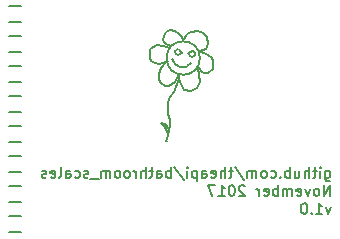
<source format=gbo>
G04 #@! TF.FileFunction,Legend,Bot*
%FSLAX46Y46*%
G04 Gerber Fmt 4.6, Leading zero omitted, Abs format (unit mm)*
G04 Created by KiCad (PCBNEW 4.0.7-e2-6376~58~ubuntu16.04.1) date Tue Nov  7 21:50:16 2017*
%MOMM*%
%LPD*%
G01*
G04 APERTURE LIST*
%ADD10C,0.100000*%
%ADD11C,0.170000*%
%ADD12C,0.150000*%
G04 APERTURE END LIST*
D10*
D11*
X199000000Y-133887143D02*
X199000000Y-134615714D01*
X199042857Y-134701429D01*
X199085714Y-134744286D01*
X199171429Y-134787143D01*
X199300000Y-134787143D01*
X199385714Y-134744286D01*
X199000000Y-134444286D02*
X199085714Y-134487143D01*
X199257143Y-134487143D01*
X199342857Y-134444286D01*
X199385714Y-134401429D01*
X199428571Y-134315714D01*
X199428571Y-134058571D01*
X199385714Y-133972857D01*
X199342857Y-133930000D01*
X199257143Y-133887143D01*
X199085714Y-133887143D01*
X199000000Y-133930000D01*
X198571428Y-134487143D02*
X198571428Y-133887143D01*
X198571428Y-133587143D02*
X198614285Y-133630000D01*
X198571428Y-133672857D01*
X198528571Y-133630000D01*
X198571428Y-133587143D01*
X198571428Y-133672857D01*
X198271429Y-133887143D02*
X197928572Y-133887143D01*
X198142857Y-133587143D02*
X198142857Y-134358571D01*
X198100000Y-134444286D01*
X198014286Y-134487143D01*
X197928572Y-134487143D01*
X197628571Y-134487143D02*
X197628571Y-133587143D01*
X197242857Y-134487143D02*
X197242857Y-134015714D01*
X197285714Y-133930000D01*
X197371428Y-133887143D01*
X197500000Y-133887143D01*
X197585714Y-133930000D01*
X197628571Y-133972857D01*
X196428571Y-133887143D02*
X196428571Y-134487143D01*
X196814285Y-133887143D02*
X196814285Y-134358571D01*
X196771428Y-134444286D01*
X196685714Y-134487143D01*
X196557142Y-134487143D01*
X196471428Y-134444286D01*
X196428571Y-134401429D01*
X195999999Y-134487143D02*
X195999999Y-133587143D01*
X195999999Y-133930000D02*
X195914285Y-133887143D01*
X195742856Y-133887143D01*
X195657142Y-133930000D01*
X195614285Y-133972857D01*
X195571428Y-134058571D01*
X195571428Y-134315714D01*
X195614285Y-134401429D01*
X195657142Y-134444286D01*
X195742856Y-134487143D01*
X195914285Y-134487143D01*
X195999999Y-134444286D01*
X195185713Y-134401429D02*
X195142856Y-134444286D01*
X195185713Y-134487143D01*
X195228570Y-134444286D01*
X195185713Y-134401429D01*
X195185713Y-134487143D01*
X194371428Y-134444286D02*
X194457142Y-134487143D01*
X194628571Y-134487143D01*
X194714285Y-134444286D01*
X194757142Y-134401429D01*
X194799999Y-134315714D01*
X194799999Y-134058571D01*
X194757142Y-133972857D01*
X194714285Y-133930000D01*
X194628571Y-133887143D01*
X194457142Y-133887143D01*
X194371428Y-133930000D01*
X193857142Y-134487143D02*
X193942856Y-134444286D01*
X193985713Y-134401429D01*
X194028570Y-134315714D01*
X194028570Y-134058571D01*
X193985713Y-133972857D01*
X193942856Y-133930000D01*
X193857142Y-133887143D01*
X193728570Y-133887143D01*
X193642856Y-133930000D01*
X193599999Y-133972857D01*
X193557142Y-134058571D01*
X193557142Y-134315714D01*
X193599999Y-134401429D01*
X193642856Y-134444286D01*
X193728570Y-134487143D01*
X193857142Y-134487143D01*
X193171427Y-134487143D02*
X193171427Y-133887143D01*
X193171427Y-133972857D02*
X193128570Y-133930000D01*
X193042856Y-133887143D01*
X192914284Y-133887143D01*
X192828570Y-133930000D01*
X192785713Y-134015714D01*
X192785713Y-134487143D01*
X192785713Y-134015714D02*
X192742856Y-133930000D01*
X192657142Y-133887143D01*
X192528570Y-133887143D01*
X192442856Y-133930000D01*
X192399999Y-134015714D01*
X192399999Y-134487143D01*
X191328570Y-133544286D02*
X192099999Y-134701429D01*
X191157142Y-133887143D02*
X190814285Y-133887143D01*
X191028570Y-133587143D02*
X191028570Y-134358571D01*
X190985713Y-134444286D01*
X190899999Y-134487143D01*
X190814285Y-134487143D01*
X190514284Y-134487143D02*
X190514284Y-133587143D01*
X190128570Y-134487143D02*
X190128570Y-134015714D01*
X190171427Y-133930000D01*
X190257141Y-133887143D01*
X190385713Y-133887143D01*
X190471427Y-133930000D01*
X190514284Y-133972857D01*
X189357141Y-134444286D02*
X189442855Y-134487143D01*
X189614284Y-134487143D01*
X189699998Y-134444286D01*
X189742855Y-134358571D01*
X189742855Y-134015714D01*
X189699998Y-133930000D01*
X189614284Y-133887143D01*
X189442855Y-133887143D01*
X189357141Y-133930000D01*
X189314284Y-134015714D01*
X189314284Y-134101429D01*
X189742855Y-134187143D01*
X188542855Y-134487143D02*
X188542855Y-134015714D01*
X188585712Y-133930000D01*
X188671426Y-133887143D01*
X188842855Y-133887143D01*
X188928569Y-133930000D01*
X188542855Y-134444286D02*
X188628569Y-134487143D01*
X188842855Y-134487143D01*
X188928569Y-134444286D01*
X188971426Y-134358571D01*
X188971426Y-134272857D01*
X188928569Y-134187143D01*
X188842855Y-134144286D01*
X188628569Y-134144286D01*
X188542855Y-134101429D01*
X188114283Y-133887143D02*
X188114283Y-134787143D01*
X188114283Y-133930000D02*
X188028569Y-133887143D01*
X187857140Y-133887143D01*
X187771426Y-133930000D01*
X187728569Y-133972857D01*
X187685712Y-134058571D01*
X187685712Y-134315714D01*
X187728569Y-134401429D01*
X187771426Y-134444286D01*
X187857140Y-134487143D01*
X188028569Y-134487143D01*
X188114283Y-134444286D01*
X187299997Y-134487143D02*
X187299997Y-133887143D01*
X187299997Y-133587143D02*
X187342854Y-133630000D01*
X187299997Y-133672857D01*
X187257140Y-133630000D01*
X187299997Y-133587143D01*
X187299997Y-133672857D01*
X186228569Y-133544286D02*
X186999998Y-134701429D01*
X185928569Y-134487143D02*
X185928569Y-133587143D01*
X185928569Y-133930000D02*
X185842855Y-133887143D01*
X185671426Y-133887143D01*
X185585712Y-133930000D01*
X185542855Y-133972857D01*
X185499998Y-134058571D01*
X185499998Y-134315714D01*
X185542855Y-134401429D01*
X185585712Y-134444286D01*
X185671426Y-134487143D01*
X185842855Y-134487143D01*
X185928569Y-134444286D01*
X184728569Y-134487143D02*
X184728569Y-134015714D01*
X184771426Y-133930000D01*
X184857140Y-133887143D01*
X185028569Y-133887143D01*
X185114283Y-133930000D01*
X184728569Y-134444286D02*
X184814283Y-134487143D01*
X185028569Y-134487143D01*
X185114283Y-134444286D01*
X185157140Y-134358571D01*
X185157140Y-134272857D01*
X185114283Y-134187143D01*
X185028569Y-134144286D01*
X184814283Y-134144286D01*
X184728569Y-134101429D01*
X184428569Y-133887143D02*
X184085712Y-133887143D01*
X184299997Y-133587143D02*
X184299997Y-134358571D01*
X184257140Y-134444286D01*
X184171426Y-134487143D01*
X184085712Y-134487143D01*
X183785711Y-134487143D02*
X183785711Y-133587143D01*
X183399997Y-134487143D02*
X183399997Y-134015714D01*
X183442854Y-133930000D01*
X183528568Y-133887143D01*
X183657140Y-133887143D01*
X183742854Y-133930000D01*
X183785711Y-133972857D01*
X182971425Y-134487143D02*
X182971425Y-133887143D01*
X182971425Y-134058571D02*
X182928568Y-133972857D01*
X182885711Y-133930000D01*
X182799997Y-133887143D01*
X182714282Y-133887143D01*
X182285711Y-134487143D02*
X182371425Y-134444286D01*
X182414282Y-134401429D01*
X182457139Y-134315714D01*
X182457139Y-134058571D01*
X182414282Y-133972857D01*
X182371425Y-133930000D01*
X182285711Y-133887143D01*
X182157139Y-133887143D01*
X182071425Y-133930000D01*
X182028568Y-133972857D01*
X181985711Y-134058571D01*
X181985711Y-134315714D01*
X182028568Y-134401429D01*
X182071425Y-134444286D01*
X182157139Y-134487143D01*
X182285711Y-134487143D01*
X181471425Y-134487143D02*
X181557139Y-134444286D01*
X181599996Y-134401429D01*
X181642853Y-134315714D01*
X181642853Y-134058571D01*
X181599996Y-133972857D01*
X181557139Y-133930000D01*
X181471425Y-133887143D01*
X181342853Y-133887143D01*
X181257139Y-133930000D01*
X181214282Y-133972857D01*
X181171425Y-134058571D01*
X181171425Y-134315714D01*
X181214282Y-134401429D01*
X181257139Y-134444286D01*
X181342853Y-134487143D01*
X181471425Y-134487143D01*
X180785710Y-134487143D02*
X180785710Y-133887143D01*
X180785710Y-133972857D02*
X180742853Y-133930000D01*
X180657139Y-133887143D01*
X180528567Y-133887143D01*
X180442853Y-133930000D01*
X180399996Y-134015714D01*
X180399996Y-134487143D01*
X180399996Y-134015714D02*
X180357139Y-133930000D01*
X180271425Y-133887143D01*
X180142853Y-133887143D01*
X180057139Y-133930000D01*
X180014282Y-134015714D01*
X180014282Y-134487143D01*
X179799996Y-134572857D02*
X179114282Y-134572857D01*
X178942853Y-134444286D02*
X178857139Y-134487143D01*
X178685711Y-134487143D01*
X178599996Y-134444286D01*
X178557139Y-134358571D01*
X178557139Y-134315714D01*
X178599996Y-134230000D01*
X178685711Y-134187143D01*
X178814282Y-134187143D01*
X178899996Y-134144286D01*
X178942853Y-134058571D01*
X178942853Y-134015714D01*
X178899996Y-133930000D01*
X178814282Y-133887143D01*
X178685711Y-133887143D01*
X178599996Y-133930000D01*
X177785711Y-134444286D02*
X177871425Y-134487143D01*
X178042854Y-134487143D01*
X178128568Y-134444286D01*
X178171425Y-134401429D01*
X178214282Y-134315714D01*
X178214282Y-134058571D01*
X178171425Y-133972857D01*
X178128568Y-133930000D01*
X178042854Y-133887143D01*
X177871425Y-133887143D01*
X177785711Y-133930000D01*
X177014282Y-134487143D02*
X177014282Y-134015714D01*
X177057139Y-133930000D01*
X177142853Y-133887143D01*
X177314282Y-133887143D01*
X177399996Y-133930000D01*
X177014282Y-134444286D02*
X177099996Y-134487143D01*
X177314282Y-134487143D01*
X177399996Y-134444286D01*
X177442853Y-134358571D01*
X177442853Y-134272857D01*
X177399996Y-134187143D01*
X177314282Y-134144286D01*
X177099996Y-134144286D01*
X177014282Y-134101429D01*
X176457139Y-134487143D02*
X176542853Y-134444286D01*
X176585710Y-134358571D01*
X176585710Y-133587143D01*
X175771424Y-134444286D02*
X175857138Y-134487143D01*
X176028567Y-134487143D01*
X176114281Y-134444286D01*
X176157138Y-134358571D01*
X176157138Y-134015714D01*
X176114281Y-133930000D01*
X176028567Y-133887143D01*
X175857138Y-133887143D01*
X175771424Y-133930000D01*
X175728567Y-134015714D01*
X175728567Y-134101429D01*
X176157138Y-134187143D01*
X175385709Y-134444286D02*
X175299995Y-134487143D01*
X175128567Y-134487143D01*
X175042852Y-134444286D01*
X174999995Y-134358571D01*
X174999995Y-134315714D01*
X175042852Y-134230000D01*
X175128567Y-134187143D01*
X175257138Y-134187143D01*
X175342852Y-134144286D01*
X175385709Y-134058571D01*
X175385709Y-134015714D01*
X175342852Y-133930000D01*
X175257138Y-133887143D01*
X175128567Y-133887143D01*
X175042852Y-133930000D01*
X199385714Y-136007143D02*
X199385714Y-135107143D01*
X198871429Y-136007143D01*
X198871429Y-135107143D01*
X198314286Y-136007143D02*
X198400000Y-135964286D01*
X198442857Y-135921429D01*
X198485714Y-135835714D01*
X198485714Y-135578571D01*
X198442857Y-135492857D01*
X198400000Y-135450000D01*
X198314286Y-135407143D01*
X198185714Y-135407143D01*
X198100000Y-135450000D01*
X198057143Y-135492857D01*
X198014286Y-135578571D01*
X198014286Y-135835714D01*
X198057143Y-135921429D01*
X198100000Y-135964286D01*
X198185714Y-136007143D01*
X198314286Y-136007143D01*
X197714286Y-135407143D02*
X197500000Y-136007143D01*
X197285714Y-135407143D01*
X196600000Y-135964286D02*
X196685714Y-136007143D01*
X196857143Y-136007143D01*
X196942857Y-135964286D01*
X196985714Y-135878571D01*
X196985714Y-135535714D01*
X196942857Y-135450000D01*
X196857143Y-135407143D01*
X196685714Y-135407143D01*
X196600000Y-135450000D01*
X196557143Y-135535714D01*
X196557143Y-135621429D01*
X196985714Y-135707143D01*
X196171428Y-136007143D02*
X196171428Y-135407143D01*
X196171428Y-135492857D02*
X196128571Y-135450000D01*
X196042857Y-135407143D01*
X195914285Y-135407143D01*
X195828571Y-135450000D01*
X195785714Y-135535714D01*
X195785714Y-136007143D01*
X195785714Y-135535714D02*
X195742857Y-135450000D01*
X195657143Y-135407143D01*
X195528571Y-135407143D01*
X195442857Y-135450000D01*
X195400000Y-135535714D01*
X195400000Y-136007143D01*
X194971428Y-136007143D02*
X194971428Y-135107143D01*
X194971428Y-135450000D02*
X194885714Y-135407143D01*
X194714285Y-135407143D01*
X194628571Y-135450000D01*
X194585714Y-135492857D01*
X194542857Y-135578571D01*
X194542857Y-135835714D01*
X194585714Y-135921429D01*
X194628571Y-135964286D01*
X194714285Y-136007143D01*
X194885714Y-136007143D01*
X194971428Y-135964286D01*
X193814285Y-135964286D02*
X193899999Y-136007143D01*
X194071428Y-136007143D01*
X194157142Y-135964286D01*
X194199999Y-135878571D01*
X194199999Y-135535714D01*
X194157142Y-135450000D01*
X194071428Y-135407143D01*
X193899999Y-135407143D01*
X193814285Y-135450000D01*
X193771428Y-135535714D01*
X193771428Y-135621429D01*
X194199999Y-135707143D01*
X193385713Y-136007143D02*
X193385713Y-135407143D01*
X193385713Y-135578571D02*
X193342856Y-135492857D01*
X193299999Y-135450000D01*
X193214285Y-135407143D01*
X193128570Y-135407143D01*
X192185713Y-135192857D02*
X192142856Y-135150000D01*
X192057142Y-135107143D01*
X191842856Y-135107143D01*
X191757142Y-135150000D01*
X191714285Y-135192857D01*
X191671428Y-135278571D01*
X191671428Y-135364286D01*
X191714285Y-135492857D01*
X192228571Y-136007143D01*
X191671428Y-136007143D01*
X191114285Y-135107143D02*
X191028570Y-135107143D01*
X190942856Y-135150000D01*
X190899999Y-135192857D01*
X190857142Y-135278571D01*
X190814285Y-135450000D01*
X190814285Y-135664286D01*
X190857142Y-135835714D01*
X190899999Y-135921429D01*
X190942856Y-135964286D01*
X191028570Y-136007143D01*
X191114285Y-136007143D01*
X191199999Y-135964286D01*
X191242856Y-135921429D01*
X191285713Y-135835714D01*
X191328570Y-135664286D01*
X191328570Y-135450000D01*
X191285713Y-135278571D01*
X191242856Y-135192857D01*
X191199999Y-135150000D01*
X191114285Y-135107143D01*
X189957142Y-136007143D02*
X190471427Y-136007143D01*
X190214285Y-136007143D02*
X190214285Y-135107143D01*
X190299999Y-135235714D01*
X190385713Y-135321429D01*
X190471427Y-135364286D01*
X189657142Y-135107143D02*
X189057142Y-135107143D01*
X189442856Y-136007143D01*
X199471429Y-136927143D02*
X199257143Y-137527143D01*
X199042857Y-136927143D01*
X198228572Y-137527143D02*
X198742857Y-137527143D01*
X198485715Y-137527143D02*
X198485715Y-136627143D01*
X198571429Y-136755714D01*
X198657143Y-136841429D01*
X198742857Y-136884286D01*
X197842857Y-137441429D02*
X197800000Y-137484286D01*
X197842857Y-137527143D01*
X197885714Y-137484286D01*
X197842857Y-137441429D01*
X197842857Y-137527143D01*
X197242858Y-136627143D02*
X197157143Y-136627143D01*
X197071429Y-136670000D01*
X197028572Y-136712857D01*
X196985715Y-136798571D01*
X196942858Y-136970000D01*
X196942858Y-137184286D01*
X196985715Y-137355714D01*
X197028572Y-137441429D01*
X197071429Y-137484286D01*
X197157143Y-137527143D01*
X197242858Y-137527143D01*
X197328572Y-137484286D01*
X197371429Y-137441429D01*
X197414286Y-137355714D01*
X197457143Y-137184286D01*
X197457143Y-136970000D01*
X197414286Y-136798571D01*
X197371429Y-136712857D01*
X197328572Y-136670000D01*
X197242858Y-136627143D01*
D12*
X172220000Y-139105000D02*
X173220000Y-139105000D01*
X173220000Y-137755000D02*
X172220000Y-137755000D01*
X172220000Y-136565000D02*
X173220000Y-136565000D01*
X173220000Y-135215000D02*
X172220000Y-135215000D01*
X172220000Y-134025000D02*
X173220000Y-134025000D01*
X173220000Y-132675000D02*
X172220000Y-132675000D01*
X172220000Y-131485000D02*
X173220000Y-131485000D01*
X173220000Y-130135000D02*
X172220000Y-130135000D01*
X172220000Y-128945000D02*
X173220000Y-128945000D01*
X173220000Y-127595000D02*
X172220000Y-127595000D01*
X172220000Y-126405000D02*
X173220000Y-126405000D01*
X173220000Y-125055000D02*
X172220000Y-125055000D01*
X172220000Y-123865000D02*
X173220000Y-123865000D01*
X173220000Y-122515000D02*
X172220000Y-122515000D01*
X172220000Y-121325000D02*
X173220000Y-121325000D01*
X173220000Y-119975000D02*
X172220000Y-119975000D01*
X185680000Y-130680000D02*
X185540000Y-130410000D01*
X185540000Y-130410000D02*
X185420000Y-130220000D01*
X185420000Y-130220000D02*
X185250000Y-130030000D01*
X185250000Y-130030000D02*
X185070000Y-129860000D01*
X185070000Y-129860000D02*
X185390000Y-129900000D01*
X185390000Y-129900000D02*
X185510000Y-130030000D01*
X185510000Y-130030000D02*
X185710000Y-130270000D01*
X186600000Y-126140000D02*
X186150000Y-127200000D01*
X186150000Y-127200000D02*
X185870000Y-127650000D01*
X185870000Y-127650000D02*
X185710000Y-128100000D01*
X185710000Y-128100000D02*
X185710000Y-128540000D01*
X185710000Y-128540000D02*
X185710000Y-129050000D01*
X185710000Y-129050000D02*
X185870000Y-129610000D01*
X185870000Y-129610000D02*
X185870000Y-130000000D01*
X185870000Y-130000000D02*
X185650000Y-130950000D01*
X185650000Y-130950000D02*
X185540000Y-131390000D01*
X185540000Y-131390000D02*
X185590000Y-131390000D01*
X186590000Y-123610000D02*
X186740000Y-123730000D01*
X186740000Y-123730000D02*
X186830000Y-123920000D01*
X186830000Y-123920000D02*
X186730000Y-124020000D01*
X186730000Y-124020000D02*
X186570000Y-124080000D01*
X186570000Y-124080000D02*
X186390000Y-124040000D01*
X186390000Y-124040000D02*
X186270000Y-123870000D01*
X186270000Y-123870000D02*
X186300000Y-123750000D01*
X186300000Y-123750000D02*
X186390000Y-123640000D01*
X186390000Y-123640000D02*
X186570000Y-123600000D01*
X187810000Y-123730000D02*
X187930000Y-123950000D01*
X187930000Y-123950000D02*
X187950000Y-124100000D01*
X187950000Y-124100000D02*
X187850000Y-124190000D01*
X187850000Y-124190000D02*
X187700000Y-124270000D01*
X187700000Y-124270000D02*
X187550000Y-124170000D01*
X187550000Y-124170000D02*
X187430000Y-124020000D01*
X187430000Y-124020000D02*
X187410000Y-123920000D01*
X187410000Y-123920000D02*
X187520000Y-123840000D01*
X187520000Y-123840000D02*
X187780000Y-123780000D01*
X187660000Y-124770000D02*
X187320000Y-125040000D01*
X187320000Y-125040000D02*
X187170000Y-125110000D01*
X187170000Y-125110000D02*
X186980000Y-125110000D01*
X186980000Y-125110000D02*
X186830000Y-125110000D01*
X186830000Y-125110000D02*
X186670000Y-125110000D01*
X186670000Y-125110000D02*
X186520000Y-125040000D01*
X186520000Y-125040000D02*
X186290000Y-124850000D01*
X186290000Y-124850000D02*
X186180000Y-124650000D01*
X186180000Y-124650000D02*
X186060000Y-124430000D01*
X186060000Y-124430000D02*
X186140000Y-124500000D01*
X185530000Y-124690000D02*
X185110000Y-125190000D01*
X185110000Y-125190000D02*
X184880000Y-125720000D01*
X184880000Y-125720000D02*
X184880000Y-126180000D01*
X184880000Y-126180000D02*
X185070000Y-126450000D01*
X185070000Y-126450000D02*
X185420000Y-126710000D01*
X185420000Y-126710000D02*
X185760000Y-126710000D01*
X185760000Y-126710000D02*
X186060000Y-126560000D01*
X186060000Y-126560000D02*
X186250000Y-126370000D01*
X186250000Y-126370000D02*
X186480000Y-125990000D01*
X186480000Y-125990000D02*
X186640000Y-125760000D01*
X185870000Y-123470000D02*
X185230000Y-123280000D01*
X185230000Y-123280000D02*
X184730000Y-123250000D01*
X184730000Y-123250000D02*
X184200000Y-123590000D01*
X184200000Y-123590000D02*
X184120000Y-124010000D01*
X184120000Y-124010000D02*
X184120000Y-124310000D01*
X184120000Y-124310000D02*
X184270000Y-124620000D01*
X184270000Y-124620000D02*
X184620000Y-124730000D01*
X184620000Y-124730000D02*
X184920000Y-124810000D01*
X184920000Y-124810000D02*
X185260000Y-124770000D01*
X185260000Y-124770000D02*
X185490000Y-124690000D01*
X185490000Y-124690000D02*
X185650000Y-124620000D01*
X188200000Y-125190000D02*
X188350000Y-125760000D01*
X188350000Y-125760000D02*
X188390000Y-126330000D01*
X188390000Y-126330000D02*
X188120000Y-126860000D01*
X188120000Y-126860000D02*
X187630000Y-127170000D01*
X187630000Y-127170000D02*
X187050000Y-127060000D01*
X187050000Y-127060000D02*
X186830000Y-126710000D01*
X186830000Y-126710000D02*
X186710000Y-126370000D01*
X186710000Y-126370000D02*
X186640000Y-126030000D01*
X186640000Y-126030000D02*
X186640000Y-125760000D01*
X188350000Y-123740000D02*
X188880000Y-123970000D01*
X188880000Y-123970000D02*
X189300000Y-124240000D01*
X189300000Y-124240000D02*
X189460000Y-124540000D01*
X189460000Y-124540000D02*
X189530000Y-124810000D01*
X189530000Y-124810000D02*
X189530000Y-125070000D01*
X189530000Y-125070000D02*
X189460000Y-125300000D01*
X189460000Y-125300000D02*
X189110000Y-125610000D01*
X189110000Y-125610000D02*
X188730000Y-125610000D01*
X188730000Y-125610000D02*
X188540000Y-125490000D01*
X188540000Y-125490000D02*
X188270000Y-125190000D01*
X188270000Y-125190000D02*
X188200000Y-125190000D01*
X186980000Y-122940000D02*
X187320000Y-122330000D01*
X187320000Y-122330000D02*
X187660000Y-122140000D01*
X187660000Y-122140000D02*
X188240000Y-122060000D01*
X188240000Y-122060000D02*
X188660000Y-122220000D01*
X188660000Y-122220000D02*
X188960000Y-122520000D01*
X188960000Y-122520000D02*
X189070000Y-123130000D01*
X189070000Y-123130000D02*
X188880000Y-123550000D01*
X188880000Y-123550000D02*
X188620000Y-123700000D01*
X188620000Y-123700000D02*
X188390000Y-123740000D01*
X188390000Y-123740000D02*
X188310000Y-123740000D01*
X188310000Y-123740000D02*
X188310000Y-123780000D01*
X186980000Y-122900000D02*
X186830000Y-122520000D01*
X186830000Y-122520000D02*
X186600000Y-122330000D01*
X186600000Y-122330000D02*
X186250000Y-122030000D01*
X186250000Y-122030000D02*
X185870000Y-121990000D01*
X185870000Y-121990000D02*
X185490000Y-122140000D01*
X185490000Y-122140000D02*
X185340000Y-122440000D01*
X185340000Y-122440000D02*
X185300000Y-122790000D01*
X185300000Y-122790000D02*
X185340000Y-122980000D01*
X185340000Y-122980000D02*
X185490000Y-123130000D01*
X185490000Y-123130000D02*
X185680000Y-123210000D01*
X185680000Y-123210000D02*
X185910000Y-123320000D01*
X188384214Y-124340000D02*
G75*
G03X188384214Y-124340000I-1414214J0D01*
G01*
M02*

</source>
